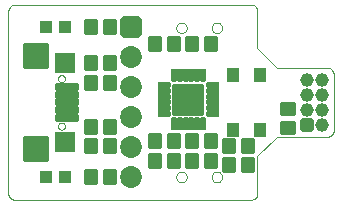
<source format=gbr>
G04 PROTEUS RS274X GERBER FILE*
%FSLAX45Y45*%
%MOMM*%
G01*
%AMPPAD026*
4,1,36,
0.977000,0.200000,
0.977000,-0.200000,
0.974470,-0.225970,
0.967200,-0.249980,
0.955650,-0.271580,
0.940290,-0.290290,
0.921570,-0.305650,
0.899980,-0.317200,
0.875970,-0.324470,
0.850000,-0.327000,
-0.850000,-0.327000,
-0.875970,-0.324470,
-0.899980,-0.317200,
-0.921570,-0.305650,
-0.940290,-0.290290,
-0.955650,-0.271580,
-0.967200,-0.249980,
-0.974470,-0.225970,
-0.977000,-0.200000,
-0.977000,0.200000,
-0.974470,0.225970,
-0.967200,0.249980,
-0.955650,0.271580,
-0.940290,0.290290,
-0.921570,0.305650,
-0.899980,0.317200,
-0.875970,0.324470,
-0.850000,0.327000,
0.850000,0.327000,
0.875970,0.324470,
0.899980,0.317200,
0.921570,0.305650,
0.940290,0.290290,
0.955650,0.271580,
0.967200,0.249980,
0.974470,0.225970,
0.977000,0.200000,
0*%
%ADD32PPAD026*%
%AMPPAD027*
4,1,36,
1.077000,0.950000,
1.077000,-0.950000,
1.074470,-0.975970,
1.067200,-0.999980,
1.055650,-1.021580,
1.040290,-1.040290,
1.021570,-1.055650,
0.999980,-1.067200,
0.975970,-1.074470,
0.950000,-1.077000,
-0.950000,-1.077000,
-0.975970,-1.074470,
-0.999980,-1.067200,
-1.021570,-1.055650,
-1.040290,-1.040290,
-1.055650,-1.021580,
-1.067200,-0.999980,
-1.074470,-0.975970,
-1.077000,-0.950000,
-1.077000,0.950000,
-1.074470,0.975970,
-1.067200,0.999980,
-1.055650,1.021580,
-1.040290,1.040290,
-1.021570,1.055650,
-0.999980,1.067200,
-0.975970,1.074470,
-0.950000,1.077000,
0.950000,1.077000,
0.975970,1.074470,
0.999980,1.067200,
1.021570,1.055650,
1.040290,1.040290,
1.055650,1.021580,
1.067200,0.999980,
1.074470,0.975970,
1.077000,0.950000,
0*%
%ADD33PPAD027*%
%AMPPAD028*
4,1,36,
0.877000,0.750000,
0.877000,-0.750000,
0.874470,-0.775970,
0.867200,-0.799980,
0.855650,-0.821580,
0.840290,-0.840290,
0.821570,-0.855650,
0.799980,-0.867200,
0.775970,-0.874470,
0.750000,-0.877000,
-0.750000,-0.877000,
-0.775970,-0.874470,
-0.799980,-0.867200,
-0.821570,-0.855650,
-0.840290,-0.840290,
-0.855650,-0.821580,
-0.867200,-0.799980,
-0.874470,-0.775970,
-0.877000,-0.750000,
-0.877000,0.750000,
-0.874470,0.775970,
-0.867200,0.799980,
-0.855650,0.821580,
-0.840290,0.840290,
-0.821570,0.855650,
-0.799980,0.867200,
-0.775970,0.874470,
-0.750000,0.877000,
0.750000,0.877000,
0.775970,0.874470,
0.799980,0.867200,
0.821570,0.855650,
0.840290,0.840290,
0.855650,0.821580,
0.867200,0.799980,
0.874470,0.775970,
0.877000,0.750000,
0*%
%ADD34PPAD028*%
%AMPPAD029*
4,1,48,
0.827000,0.023000,
0.827000,-0.023000,
0.825720,-0.049400,
0.821950,-0.074930,
0.815800,-0.099490,
0.807400,-0.122960,
0.796870,-0.145220,
0.769840,-0.185650,
0.735640,-0.219840,
0.716150,-0.234300,
0.695220,-0.246860,
0.672960,-0.257400,
0.649490,-0.265800,
0.624930,-0.271950,
0.599400,-0.275720,
0.573000,-0.277000,
-0.150000,-0.277000,
-0.175970,-0.274470,
-0.199980,-0.267200,
-0.221570,-0.255650,
-0.240290,-0.240290,
-0.255650,-0.221580,
-0.267200,-0.199980,
-0.274470,-0.175970,
-0.277000,-0.150000,
-0.277000,0.150000,
-0.274470,0.175970,
-0.267200,0.199980,
-0.255650,0.221580,
-0.240290,0.240290,
-0.221570,0.255650,
-0.199980,0.267200,
-0.175970,0.274470,
-0.150000,0.277000,
0.573000,0.277000,
0.599400,0.275720,
0.624930,0.271950,
0.649490,0.265800,
0.672960,0.257400,
0.695220,0.246860,
0.716150,0.234300,
0.735640,0.219840,
0.769840,0.185650,
0.796870,0.145220,
0.807400,0.122960,
0.815800,0.099490,
0.821950,0.074930,
0.825720,0.049400,
0.827000,0.023000,
0*%
%ADD35PPAD029*%
%AMPPAD030*
4,1,48,
-0.023000,0.827000,
0.023000,0.827000,
0.049400,0.825720,
0.074930,0.821950,
0.099490,0.815800,
0.122960,0.807400,
0.145220,0.796870,
0.185650,0.769840,
0.219840,0.735640,
0.234300,0.716150,
0.246860,0.695220,
0.257400,0.672960,
0.265800,0.649490,
0.271950,0.624930,
0.275720,0.599400,
0.277000,0.573000,
0.277000,-0.150000,
0.274470,-0.175970,
0.267200,-0.199980,
0.255650,-0.221570,
0.240290,-0.240290,
0.221580,-0.255650,
0.199980,-0.267200,
0.175970,-0.274470,
0.150000,-0.277000,
-0.150000,-0.277000,
-0.175970,-0.274470,
-0.199980,-0.267200,
-0.221580,-0.255650,
-0.240290,-0.240290,
-0.255650,-0.221570,
-0.267200,-0.199980,
-0.274470,-0.175970,
-0.277000,-0.150000,
-0.277000,0.573000,
-0.275720,0.599400,
-0.271950,0.624930,
-0.265800,0.649490,
-0.257400,0.672960,
-0.246860,0.695220,
-0.234300,0.716150,
-0.219840,0.735640,
-0.185650,0.769840,
-0.145220,0.796870,
-0.122960,0.807400,
-0.099490,0.815800,
-0.074930,0.821950,
-0.049400,0.825720,
-0.023000,0.827000,
0*%
%ADD36PPAD030*%
%AMPPAD031*
4,1,48,
-0.827000,-0.023000,
-0.827000,0.023000,
-0.825720,0.049400,
-0.821950,0.074930,
-0.815800,0.099490,
-0.807400,0.122960,
-0.796870,0.145220,
-0.769840,0.185650,
-0.735640,0.219840,
-0.716150,0.234300,
-0.695220,0.246860,
-0.672960,0.257400,
-0.649490,0.265800,
-0.624930,0.271950,
-0.599400,0.275720,
-0.573000,0.277000,
0.150000,0.277000,
0.175970,0.274470,
0.199980,0.267200,
0.221570,0.255650,
0.240290,0.240290,
0.255650,0.221580,
0.267200,0.199980,
0.274470,0.175970,
0.277000,0.150000,
0.277000,-0.150000,
0.274470,-0.175970,
0.267200,-0.199980,
0.255650,-0.221580,
0.240290,-0.240290,
0.221570,-0.255650,
0.199980,-0.267200,
0.175970,-0.274470,
0.150000,-0.277000,
-0.573000,-0.277000,
-0.599400,-0.275720,
-0.624930,-0.271950,
-0.649490,-0.265800,
-0.672960,-0.257400,
-0.695220,-0.246860,
-0.716150,-0.234300,
-0.735640,-0.219840,
-0.769840,-0.185650,
-0.796870,-0.145220,
-0.807400,-0.122960,
-0.815800,-0.099490,
-0.821950,-0.074930,
-0.825720,-0.049400,
-0.827000,-0.023000,
0*%
%ADD37PPAD031*%
%AMPPAD032*
4,1,48,
0.023000,-0.827000,
-0.023000,-0.827000,
-0.049400,-0.825720,
-0.074930,-0.821950,
-0.099490,-0.815800,
-0.122960,-0.807400,
-0.145220,-0.796870,
-0.185650,-0.769840,
-0.219840,-0.735640,
-0.234300,-0.716150,
-0.246860,-0.695220,
-0.257400,-0.672960,
-0.265800,-0.649490,
-0.271950,-0.624930,
-0.275720,-0.599400,
-0.277000,-0.573000,
-0.277000,0.150000,
-0.274470,0.175970,
-0.267200,0.199980,
-0.255650,0.221570,
-0.240290,0.240290,
-0.221580,0.255650,
-0.199980,0.267200,
-0.175970,0.274470,
-0.150000,0.277000,
0.150000,0.277000,
0.175970,0.274470,
0.199980,0.267200,
0.221580,0.255650,
0.240290,0.240290,
0.255650,0.221570,
0.267200,0.199980,
0.274470,0.175970,
0.277000,0.150000,
0.277000,-0.573000,
0.275720,-0.599400,
0.271950,-0.624930,
0.265800,-0.649490,
0.257400,-0.672960,
0.246860,-0.695220,
0.234300,-0.716150,
0.219840,-0.735640,
0.185650,-0.769840,
0.145220,-0.796870,
0.122960,-0.807400,
0.099490,-0.815800,
0.074930,-0.821950,
0.049400,-0.825720,
0.023000,-0.827000,
0*%
%ADD38PPAD032*%
%AMPPAD033*
4,1,48,
-1.123000,1.377000,
1.123000,1.377000,
1.149400,1.375720,
1.174930,1.371950,
1.199490,1.365800,
1.245220,1.346870,
1.285650,1.319840,
1.319840,1.285640,
1.346860,1.245220,
1.365800,1.199490,
1.371950,1.174930,
1.375720,1.149400,
1.377000,1.123000,
1.377000,-1.123000,
1.375720,-1.149400,
1.371950,-1.174930,
1.365800,-1.199490,
1.346860,-1.245220,
1.319840,-1.285640,
1.285650,-1.319840,
1.245220,-1.346870,
1.199490,-1.365800,
1.174930,-1.371950,
1.149400,-1.375720,
1.123000,-1.377000,
-1.123000,-1.377000,
-1.149400,-1.375720,
-1.174930,-1.371950,
-1.199490,-1.365800,
-1.245220,-1.346870,
-1.285650,-1.319840,
-1.319840,-1.285640,
-1.346860,-1.245220,
-1.365800,-1.199490,
-1.371950,-1.174930,
-1.375720,-1.149400,
-1.377000,-1.123000,
-1.377000,1.123000,
-1.375720,1.149400,
-1.371950,1.174930,
-1.365800,1.199490,
-1.346860,1.245220,
-1.319840,1.285640,
-1.285650,1.319840,
-1.245220,1.346870,
-1.199490,1.365800,
-1.174930,1.371950,
-1.149400,1.375720,
-1.123000,1.377000,
0*%
%ADD39PPAD033*%
%AMPPAD034*
4,1,36,
-0.927000,0.495200,
-0.927000,-0.495200,
-0.918410,-0.583490,
-0.893690,-0.665130,
-0.854420,-0.738560,
-0.802180,-0.802180,
-0.738560,-0.854420,
-0.665130,-0.893690,
-0.583490,-0.918410,
-0.495200,-0.927000,
0.495200,-0.927000,
0.583490,-0.918410,
0.665130,-0.893690,
0.738560,-0.854420,
0.802180,-0.802180,
0.854420,-0.738560,
0.893690,-0.665130,
0.918410,-0.583490,
0.927000,-0.495200,
0.927000,0.495200,
0.918410,0.583490,
0.893690,0.665130,
0.854420,0.738560,
0.802180,0.802180,
0.738560,0.854420,
0.665130,0.893690,
0.583490,0.918410,
0.495200,0.927000,
-0.495200,0.927000,
-0.583490,0.918410,
-0.665130,0.893690,
-0.738560,0.854420,
-0.802180,0.802180,
-0.854420,0.738560,
-0.893690,0.665130,
-0.918410,0.583490,
-0.927000,0.495200,
0*%
%ADD40PPAD034*%
%ADD41C,1.854000*%
%AMPPAD036*
4,1,36,
-0.477000,-0.500000,
-0.477000,0.500000,
-0.474470,0.525970,
-0.467200,0.549980,
-0.455650,0.571580,
-0.440290,0.590290,
-0.421570,0.605650,
-0.399980,0.617200,
-0.375970,0.624470,
-0.350000,0.627000,
0.350000,0.627000,
0.375970,0.624470,
0.399980,0.617200,
0.421570,0.605650,
0.440290,0.590290,
0.455650,0.571580,
0.467200,0.549980,
0.474470,0.525970,
0.477000,0.500000,
0.477000,-0.500000,
0.474470,-0.525970,
0.467200,-0.549980,
0.455650,-0.571580,
0.440290,-0.590290,
0.421570,-0.605650,
0.399980,-0.617200,
0.375970,-0.624470,
0.350000,-0.627000,
-0.350000,-0.627000,
-0.375970,-0.624470,
-0.399980,-0.617200,
-0.421570,-0.605650,
-0.440290,-0.590290,
-0.455650,-0.571580,
-0.467200,-0.549980,
-0.474470,-0.525970,
-0.477000,-0.500000,
0*%
%ADD42PPAD036*%
%AMPPAD037*
4,1,48,
0.577000,0.323000,
0.577000,-0.323000,
0.575720,-0.349400,
0.571950,-0.374930,
0.565800,-0.399490,
0.546870,-0.445220,
0.519840,-0.485650,
0.485640,-0.519840,
0.445220,-0.546860,
0.399490,-0.565800,
0.374930,-0.571950,
0.349400,-0.575720,
0.323000,-0.577000,
-0.323000,-0.577000,
-0.349400,-0.575720,
-0.374930,-0.571950,
-0.399490,-0.565800,
-0.445220,-0.546860,
-0.485640,-0.519840,
-0.519840,-0.485650,
-0.546870,-0.445220,
-0.565800,-0.399490,
-0.571950,-0.374930,
-0.575720,-0.349400,
-0.577000,-0.323000,
-0.577000,0.323000,
-0.575720,0.349400,
-0.571950,0.374930,
-0.565800,0.399490,
-0.546870,0.445220,
-0.519840,0.485650,
-0.485640,0.519840,
-0.445220,0.546860,
-0.399490,0.565800,
-0.374930,0.571950,
-0.349400,0.575720,
-0.323000,0.577000,
0.323000,0.577000,
0.349400,0.575720,
0.374930,0.571950,
0.399490,0.565800,
0.445220,0.546860,
0.485640,0.519840,
0.519840,0.485650,
0.546870,0.445220,
0.565800,0.399490,
0.571950,0.374930,
0.575720,0.349400,
0.577000,0.323000,
0*%
%ADD43PPAD037*%
%ADD44C,1.154000*%
%AMPPAD039*
4,1,36,
-0.450000,0.652000,
0.450000,0.652000,
0.475970,0.649470,
0.499980,0.642200,
0.521580,0.630650,
0.540290,0.615290,
0.555650,0.596570,
0.567200,0.574980,
0.574470,0.550970,
0.577000,0.525000,
0.577000,-0.525000,
0.574470,-0.550970,
0.567200,-0.574980,
0.555650,-0.596570,
0.540290,-0.615290,
0.521580,-0.630650,
0.499980,-0.642200,
0.475970,-0.649470,
0.450000,-0.652000,
-0.450000,-0.652000,
-0.475970,-0.649470,
-0.499980,-0.642200,
-0.521580,-0.630650,
-0.540290,-0.615290,
-0.555650,-0.596570,
-0.567200,-0.574980,
-0.574470,-0.550970,
-0.577000,-0.525000,
-0.577000,0.525000,
-0.574470,0.550970,
-0.567200,0.574980,
-0.555650,0.596570,
-0.540290,0.615290,
-0.521580,0.630650,
-0.499980,0.642200,
-0.475970,0.649470,
-0.450000,0.652000,
0*%
%ADD45PPAD039*%
%AMPPAD040*
4,1,36,
-0.400000,0.527000,
0.400000,0.527000,
0.425970,0.524470,
0.449980,0.517200,
0.471580,0.505650,
0.490290,0.490290,
0.505650,0.471570,
0.517200,0.449980,
0.524470,0.425970,
0.527000,0.400000,
0.527000,-0.400000,
0.524470,-0.425970,
0.517200,-0.449980,
0.505650,-0.471570,
0.490290,-0.490290,
0.471580,-0.505650,
0.449980,-0.517200,
0.425970,-0.524470,
0.400000,-0.527000,
-0.400000,-0.527000,
-0.425970,-0.524470,
-0.449980,-0.517200,
-0.471580,-0.505650,
-0.490290,-0.490290,
-0.505650,-0.471570,
-0.517200,-0.449980,
-0.524470,-0.425970,
-0.527000,-0.400000,
-0.527000,0.400000,
-0.524470,0.425970,
-0.517200,0.449980,
-0.505650,0.471570,
-0.490290,0.490290,
-0.471580,0.505650,
-0.449980,0.517200,
-0.425970,0.524470,
-0.400000,0.527000,
0*%
%ADD46PPAD040*%
%AMPPAD041*
4,1,36,
0.652000,0.450000,
0.652000,-0.450000,
0.649470,-0.475970,
0.642200,-0.499980,
0.630650,-0.521580,
0.615290,-0.540290,
0.596570,-0.555650,
0.574980,-0.567200,
0.550970,-0.574470,
0.525000,-0.577000,
-0.525000,-0.577000,
-0.550970,-0.574470,
-0.574980,-0.567200,
-0.596570,-0.555650,
-0.615290,-0.540290,
-0.630650,-0.521580,
-0.642200,-0.499980,
-0.649470,-0.475970,
-0.652000,-0.450000,
-0.652000,0.450000,
-0.649470,0.475970,
-0.642200,0.499980,
-0.630650,0.521580,
-0.615290,0.540290,
-0.596570,0.555650,
-0.574980,0.567200,
-0.550970,0.574470,
-0.525000,0.577000,
0.525000,0.577000,
0.550970,0.574470,
0.574980,0.567200,
0.596570,0.555650,
0.615290,0.540290,
0.630650,0.521580,
0.642200,0.499980,
0.649470,0.475970,
0.652000,0.450000,
0*%
%ADD47PPAD041*%
%ADD29C,0.025400*%
D32*
X-101600Y+130000D03*
X-101600Y+65000D03*
X-101600Y+0D03*
X-101600Y-65000D03*
X-101600Y-130000D03*
D33*
X-361600Y-395000D03*
D34*
X-116600Y-335000D03*
X-116600Y+335000D03*
D33*
X-361600Y+395000D03*
D35*
X+698500Y+150000D03*
X+698500Y+100000D03*
X+698500Y+50000D03*
X+698500Y+0D03*
X+698500Y-50000D03*
X+698500Y-100000D03*
D36*
X+803500Y-205000D03*
X+853500Y-205000D03*
X+903500Y-205000D03*
X+953500Y-205000D03*
X+1003500Y-205000D03*
X+1053500Y-205000D03*
D37*
X+1158500Y-100000D03*
X+1158500Y-50000D03*
X+1158500Y+0D03*
X+1158500Y+50000D03*
X+1158500Y+100000D03*
X+1158500Y+150000D03*
D38*
X+1053500Y+255000D03*
X+1003500Y+255000D03*
X+953500Y+255000D03*
X+903500Y+255000D03*
X+853500Y+255000D03*
X+803500Y+255000D03*
D39*
X+928500Y+25000D03*
D40*
X+444500Y+635000D03*
D41*
X+444500Y+381000D03*
X+444500Y+127000D03*
X+444500Y-127000D03*
X+444500Y-381000D03*
X+444500Y-635000D03*
D42*
X+1533100Y+228600D03*
X+1533100Y-231400D03*
X+1308100Y-231400D03*
X+1308100Y+228600D03*
D43*
X+1930400Y-190500D03*
D44*
X+2057400Y-190500D03*
X+1930400Y-63500D03*
X+2057400Y-63500D03*
X+1930400Y+63500D03*
X+2057400Y+63500D03*
X+1930400Y+190500D03*
X+2057400Y+190500D03*
D45*
X+104140Y+168100D03*
X+264140Y+168100D03*
D46*
X-279320Y-634540D03*
X-114320Y-634540D03*
X-279320Y+635460D03*
X-114320Y+635460D03*
D45*
X+264140Y+333200D03*
X+104140Y+333200D03*
X+806450Y-330200D03*
X+646450Y-330200D03*
X+104140Y-634540D03*
X+264140Y-634540D03*
X+101680Y+635460D03*
X+261680Y+635460D03*
X+958850Y+495299D03*
X+1118850Y+495299D03*
X+264140Y-206550D03*
X+104140Y-206550D03*
X+264140Y-371650D03*
X+104140Y-371650D03*
X+646450Y+495299D03*
X+806450Y+495299D03*
D47*
X+1771650Y-55901D03*
X+1771650Y-215901D03*
D45*
X+1117600Y-495301D03*
X+957600Y-495301D03*
X+1117600Y-330201D03*
X+957600Y-330201D03*
X+806450Y-495301D03*
X+646450Y-495301D03*
X+1429700Y-367700D03*
X+1269700Y-367700D03*
X+1269700Y-532800D03*
X+1429700Y-532800D03*
D29*
X-116600Y-200000D02*
X-116703Y-197511D01*
X-117545Y-192531D01*
X-119305Y-187551D01*
X-122182Y-182571D01*
X-126583Y-177655D01*
X-131563Y-174041D01*
X-136543Y-171736D01*
X-141523Y-170433D01*
X-146503Y-170000D01*
X-146600Y-170000D01*
X-176600Y-200000D02*
X-176497Y-197511D01*
X-175655Y-192531D01*
X-173895Y-187551D01*
X-171018Y-182571D01*
X-166617Y-177655D01*
X-161637Y-174041D01*
X-156657Y-171736D01*
X-151677Y-170433D01*
X-146697Y-170000D01*
X-146600Y-170000D01*
X-176600Y-200000D02*
X-176497Y-202489D01*
X-175655Y-207469D01*
X-173895Y-212449D01*
X-171018Y-217429D01*
X-166617Y-222345D01*
X-161637Y-225959D01*
X-156657Y-228264D01*
X-151677Y-229567D01*
X-146697Y-230000D01*
X-146600Y-230000D01*
X-116600Y-200000D02*
X-116703Y-202489D01*
X-117545Y-207469D01*
X-119305Y-212449D01*
X-122182Y-217429D01*
X-126583Y-222345D01*
X-131563Y-225959D01*
X-136543Y-228264D01*
X-141523Y-229567D01*
X-146503Y-230000D01*
X-146600Y-230000D01*
X-116600Y+200000D02*
X-116703Y+202489D01*
X-117545Y+207469D01*
X-119305Y+212449D01*
X-122182Y+217429D01*
X-126583Y+222345D01*
X-131563Y+225959D01*
X-136543Y+228264D01*
X-141523Y+229567D01*
X-146503Y+230000D01*
X-146600Y+230000D01*
X-176600Y+200000D02*
X-176497Y+202489D01*
X-175655Y+207469D01*
X-173895Y+212449D01*
X-171018Y+217429D01*
X-166617Y+222345D01*
X-161637Y+225959D01*
X-156657Y+228264D01*
X-151677Y+229567D01*
X-146697Y+230000D01*
X-146600Y+230000D01*
X-176600Y+200000D02*
X-176497Y+197511D01*
X-175655Y+192531D01*
X-173895Y+187551D01*
X-171018Y+182571D01*
X-166617Y+177655D01*
X-161637Y+174041D01*
X-156657Y+171736D01*
X-151677Y+170433D01*
X-146697Y+170000D01*
X-146600Y+170000D01*
X-116600Y+200000D02*
X-116703Y+197511D01*
X-117545Y+192531D01*
X-119305Y+187551D01*
X-122182Y+182571D01*
X-126583Y+177655D01*
X-131563Y+174041D01*
X-136543Y+171736D01*
X-141523Y+170433D01*
X-146503Y+170000D01*
X-146600Y+170000D01*
X-596900Y-774700D02*
X-596900Y+774700D01*
X-546100Y+825500D02*
X+1460500Y+825500D01*
X-596900Y+774700D02*
X-592981Y+794693D01*
X-582216Y+810816D01*
X-566093Y+821581D01*
X-546100Y+825500D01*
X-546100Y-825500D02*
X-566093Y-821581D01*
X-582216Y-810816D01*
X-592981Y-794693D01*
X-596900Y-774700D01*
X-546100Y-825500D02*
X+1460500Y-825500D01*
X+914300Y-631600D02*
X+914145Y-627873D01*
X+912889Y-620418D01*
X+910259Y-612963D01*
X+905963Y-605508D01*
X+899393Y-598142D01*
X+891938Y-592709D01*
X+884483Y-589239D01*
X+877028Y-587269D01*
X+869573Y-586601D01*
X+869300Y-586600D01*
X+824300Y-631600D02*
X+824455Y-627873D01*
X+825711Y-620418D01*
X+828341Y-612963D01*
X+832637Y-605508D01*
X+839207Y-598142D01*
X+846662Y-592709D01*
X+854117Y-589239D01*
X+861572Y-587269D01*
X+869027Y-586601D01*
X+869300Y-586600D01*
X+824300Y-631600D02*
X+824455Y-635327D01*
X+825711Y-642782D01*
X+828341Y-650237D01*
X+832637Y-657692D01*
X+839207Y-665058D01*
X+846662Y-670491D01*
X+854117Y-673961D01*
X+861572Y-675931D01*
X+869027Y-676599D01*
X+869300Y-676600D01*
X+914300Y-631600D02*
X+914145Y-635327D01*
X+912889Y-642782D01*
X+910259Y-650237D01*
X+905963Y-657692D01*
X+899393Y-665058D01*
X+891938Y-670491D01*
X+884483Y-673961D01*
X+877028Y-675931D01*
X+869573Y-676599D01*
X+869300Y-676600D01*
X+1214300Y-631600D02*
X+1214145Y-627873D01*
X+1212889Y-620418D01*
X+1210259Y-612963D01*
X+1205963Y-605508D01*
X+1199393Y-598142D01*
X+1191938Y-592709D01*
X+1184483Y-589239D01*
X+1177028Y-587269D01*
X+1169573Y-586601D01*
X+1169300Y-586600D01*
X+1124300Y-631600D02*
X+1124455Y-627873D01*
X+1125711Y-620418D01*
X+1128341Y-612963D01*
X+1132637Y-605508D01*
X+1139207Y-598142D01*
X+1146662Y-592709D01*
X+1154117Y-589239D01*
X+1161572Y-587269D01*
X+1169027Y-586601D01*
X+1169300Y-586600D01*
X+1124300Y-631600D02*
X+1124455Y-635327D01*
X+1125711Y-642782D01*
X+1128341Y-650237D01*
X+1132637Y-657692D01*
X+1139207Y-665058D01*
X+1146662Y-670491D01*
X+1154117Y-673961D01*
X+1161572Y-675931D01*
X+1169027Y-676599D01*
X+1169300Y-676600D01*
X+1214300Y-631600D02*
X+1214145Y-635327D01*
X+1212889Y-642782D01*
X+1210259Y-650237D01*
X+1205963Y-657692D01*
X+1199393Y-665058D01*
X+1191938Y-670491D01*
X+1184483Y-673961D01*
X+1177028Y-675931D01*
X+1169573Y-676599D01*
X+1169300Y-676600D01*
X+914300Y+631600D02*
X+914145Y+635327D01*
X+912889Y+642782D01*
X+910259Y+650237D01*
X+905963Y+657692D01*
X+899393Y+665058D01*
X+891938Y+670491D01*
X+884483Y+673961D01*
X+877028Y+675931D01*
X+869573Y+676599D01*
X+869300Y+676600D01*
X+824300Y+631600D02*
X+824455Y+635327D01*
X+825711Y+642782D01*
X+828341Y+650237D01*
X+832637Y+657692D01*
X+839207Y+665058D01*
X+846662Y+670491D01*
X+854117Y+673961D01*
X+861572Y+675931D01*
X+869027Y+676599D01*
X+869300Y+676600D01*
X+824300Y+631600D02*
X+824455Y+627873D01*
X+825711Y+620418D01*
X+828341Y+612963D01*
X+832637Y+605508D01*
X+839207Y+598142D01*
X+846662Y+592709D01*
X+854117Y+589239D01*
X+861572Y+587269D01*
X+869027Y+586601D01*
X+869300Y+586600D01*
X+914300Y+631600D02*
X+914145Y+627873D01*
X+912889Y+620418D01*
X+910259Y+612963D01*
X+905963Y+605508D01*
X+899393Y+598142D01*
X+891938Y+592709D01*
X+884483Y+589239D01*
X+877028Y+587269D01*
X+869573Y+586601D01*
X+869300Y+586600D01*
X+1214300Y+631600D02*
X+1214145Y+635327D01*
X+1212889Y+642782D01*
X+1210259Y+650237D01*
X+1205963Y+657692D01*
X+1199393Y+665058D01*
X+1191938Y+670491D01*
X+1184483Y+673961D01*
X+1177028Y+675931D01*
X+1169573Y+676599D01*
X+1169300Y+676600D01*
X+1124300Y+631600D02*
X+1124455Y+635327D01*
X+1125711Y+642782D01*
X+1128341Y+650237D01*
X+1132637Y+657692D01*
X+1139207Y+665058D01*
X+1146662Y+670491D01*
X+1154117Y+673961D01*
X+1161572Y+675931D01*
X+1169027Y+676599D01*
X+1169300Y+676600D01*
X+1124300Y+631600D02*
X+1124455Y+627873D01*
X+1125711Y+620418D01*
X+1128341Y+612963D01*
X+1132637Y+605508D01*
X+1139207Y+598142D01*
X+1146662Y+592709D01*
X+1154117Y+589239D01*
X+1161572Y+587269D01*
X+1169027Y+586601D01*
X+1169300Y+586600D01*
X+1214300Y+631600D02*
X+1214145Y+627873D01*
X+1212889Y+620418D01*
X+1210259Y+612963D01*
X+1205963Y+605508D01*
X+1199393Y+598142D01*
X+1191938Y+592709D01*
X+1184483Y+589239D01*
X+1177028Y+587269D01*
X+1169573Y+586601D01*
X+1169300Y+586600D01*
X+2159000Y-241300D02*
X+2155081Y-261293D01*
X+2144316Y-277416D01*
X+2128193Y-288181D01*
X+2108200Y-292100D01*
X+2108200Y+292100D02*
X+2128193Y+288181D01*
X+2144316Y+277416D01*
X+2155081Y+261293D01*
X+2159000Y+241300D01*
X+2159000Y-241300D01*
X+2108200Y-292100D02*
X+1676400Y-292100D01*
X+1511300Y-457200D01*
X+1511300Y-774700D02*
X+1507381Y-794693D01*
X+1496616Y-810816D01*
X+1480493Y-821581D01*
X+1460500Y-825500D01*
X+1511300Y-774700D02*
X+1511300Y-457200D01*
X+1460500Y+825501D02*
X+1480493Y+821582D01*
X+1496616Y+810817D01*
X+1507381Y+794694D01*
X+1511300Y+774701D01*
X+1676400Y+292100D02*
X+1511300Y+457200D01*
X+2108200Y+292100D02*
X+1676400Y+292100D01*
X+1511300Y+457200D02*
X+1511300Y+774700D01*
M02*

</source>
